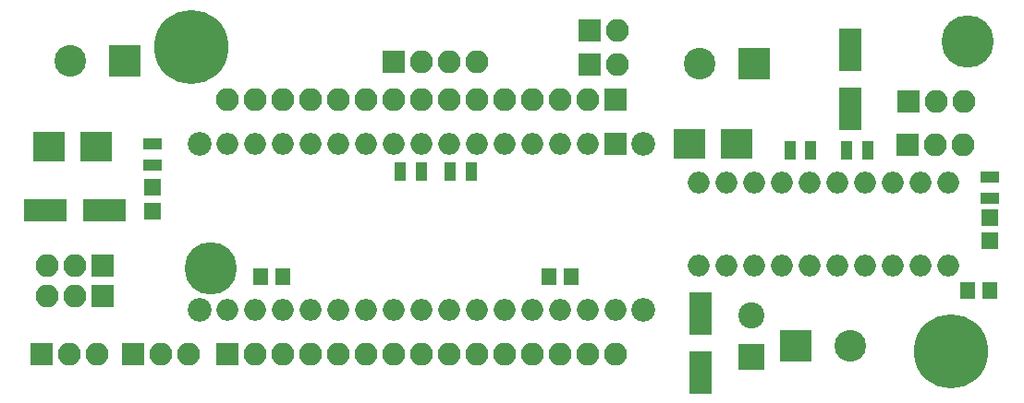
<source format=gts>
G04 #@! TF.FileFunction,Soldermask,Top*
%FSLAX46Y46*%
G04 Gerber Fmt 4.6, Leading zero omitted, Abs format (unit mm)*
G04 Created by KiCad (PCBNEW 4.0.6+dfsg1-1) date Mon Feb 26 19:47:00 2018*
%MOMM*%
%LPD*%
G01*
G04 APERTURE LIST*
%ADD10C,0.100000*%
%ADD11R,2.100000X2.100000*%
%ADD12O,2.100000X2.100000*%
%ADD13R,2.000000X2.000000*%
%ADD14O,2.000000X2.000000*%
%ADD15C,2.180000*%
%ADD16R,1.400000X1.650000*%
%ADD17C,2.398980*%
%ADD18R,2.398980X2.398980*%
%ADD19R,2.899360X2.701240*%
%ADD20R,1.100000X1.700000*%
%ADD21R,1.598880X1.598880*%
%ADD22R,1.700000X1.100000*%
%ADD23R,2.000000X3.900000*%
%ADD24R,3.900000X2.000000*%
%ADD25R,2.900000X2.900000*%
%ADD26C,2.900000*%
%ADD27R,2.900000X2.700000*%
%ADD28C,6.800000*%
%ADD29C,1.000000*%
%ADD30C,4.800000*%
%ADD31R,1.600000X1.600000*%
G04 APERTURE END LIST*
D10*
D11*
X1981200Y4648200D03*
D12*
X4521200Y4648200D03*
X7061200Y4648200D03*
D13*
X54559200Y23952200D03*
D14*
X21539200Y8712200D03*
X52019200Y23952200D03*
X24079200Y8712200D03*
X49479200Y23952200D03*
X26619200Y8712200D03*
X46939200Y23952200D03*
X29159200Y8712200D03*
X44399200Y23952200D03*
X31699200Y8712200D03*
X41859200Y23952200D03*
X34239200Y8712200D03*
X39319200Y23952200D03*
X36779200Y8712200D03*
X36779200Y23952200D03*
X39319200Y8712200D03*
X34239200Y23952200D03*
X41859200Y8712200D03*
X31699200Y23952200D03*
X44399200Y8712200D03*
X29159200Y23952200D03*
X46939200Y8712200D03*
X26619200Y23952200D03*
X49479200Y8712200D03*
X24079200Y23952200D03*
X52019200Y8712200D03*
X21539200Y23952200D03*
X54559200Y8712200D03*
X18999200Y23952200D03*
X18999200Y8712200D03*
D15*
X57099200Y23952200D03*
X57099200Y8712200D03*
X16459200Y8712200D03*
X16459200Y23952200D03*
D16*
X48479200Y11760200D03*
X50479200Y11760200D03*
X86833200Y10490200D03*
X88833200Y10490200D03*
X24063200Y11760200D03*
X22063200Y11760200D03*
D17*
X67005200Y8204200D03*
D18*
X67005200Y4394200D03*
D19*
X65598040Y23952200D03*
X61300360Y23952200D03*
D20*
X77607200Y23317200D03*
X75707200Y23317200D03*
X72400200Y23317200D03*
X70500200Y23317200D03*
D14*
X85039200Y20396200D03*
X82499200Y20396200D03*
X79959200Y20396200D03*
X77419200Y20396200D03*
X74879200Y20396200D03*
X72339200Y20396200D03*
X69799200Y20396200D03*
X67259200Y20396200D03*
X64719200Y20396200D03*
X62179200Y20396200D03*
X62179200Y12776200D03*
X64719200Y12776200D03*
X67259200Y12776200D03*
X69799200Y12776200D03*
X72339200Y12776200D03*
X74879200Y12776200D03*
X77419200Y12776200D03*
X79959200Y12776200D03*
X82499200Y12776200D03*
X85039200Y12776200D03*
D21*
X88849200Y17127220D03*
X88849200Y15029180D03*
D22*
X88849200Y20838200D03*
X88849200Y18938200D03*
D11*
X52171600Y34366200D03*
D12*
X54711600Y34366200D03*
D11*
X52171600Y31165800D03*
D12*
X54711600Y31165800D03*
D20*
X41285200Y21412200D03*
X39385200Y21412200D03*
X34813200Y21412200D03*
X36713200Y21412200D03*
D23*
X62306200Y8364200D03*
X62306200Y2964200D03*
X76047600Y27145000D03*
X76047600Y32545000D03*
D24*
X7729200Y17856200D03*
X2329200Y17856200D03*
D11*
X81330800Y27813000D03*
D12*
X83870800Y27813000D03*
X86410800Y27813000D03*
D11*
X81280000Y23850600D03*
D12*
X83820000Y23850600D03*
X86360000Y23850600D03*
D11*
X7569200Y9982200D03*
D12*
X5029200Y9982200D03*
X2489200Y9982200D03*
D11*
X54559200Y28016200D03*
D12*
X52019200Y28016200D03*
X49479200Y28016200D03*
X46939200Y28016200D03*
X44399200Y28016200D03*
X41859200Y28016200D03*
X39319200Y28016200D03*
X36779200Y28016200D03*
X34239200Y28016200D03*
X31699200Y28016200D03*
X29159200Y28016200D03*
X26619200Y28016200D03*
X24079200Y28016200D03*
X21539200Y28016200D03*
X18999200Y28016200D03*
D11*
X18999200Y4648200D03*
D12*
X21539200Y4648200D03*
X24079200Y4648200D03*
X26619200Y4648200D03*
X29159200Y4648200D03*
X31699200Y4648200D03*
X34239200Y4648200D03*
X36779200Y4648200D03*
X39319200Y4648200D03*
X41859200Y4648200D03*
X44399200Y4648200D03*
X46939200Y4648200D03*
X49479200Y4648200D03*
X52019200Y4648200D03*
X54559200Y4648200D03*
D11*
X34188400Y31470600D03*
D12*
X36728400Y31470600D03*
X39268400Y31470600D03*
X41808400Y31470600D03*
D11*
X7569200Y12776200D03*
D12*
X5029200Y12776200D03*
X2489200Y12776200D03*
D25*
X67259200Y31318200D03*
D26*
X62259200Y31318200D03*
D25*
X71069200Y5410200D03*
D26*
X76069200Y5410200D03*
D25*
X9601200Y31572200D03*
D26*
X4601200Y31572200D03*
D11*
X10363200Y4648200D03*
D12*
X12903200Y4648200D03*
X15443200Y4648200D03*
D27*
X6925200Y23698200D03*
X2625200Y23698200D03*
D28*
X85293200Y4902200D03*
D29*
X87693200Y4902200D03*
X86990256Y3205144D03*
X85293200Y2502200D03*
X83596144Y3205144D03*
X82893200Y4902200D03*
X83596144Y6599256D03*
X85293200Y7302200D03*
X86990256Y6599256D03*
D28*
X15697200Y32842200D03*
D29*
X18097200Y32842200D03*
X17394256Y31145144D03*
X15697200Y30442200D03*
X14000144Y31145144D03*
X13297200Y32842200D03*
X14000144Y34539256D03*
X15697200Y35242200D03*
X17394256Y34539256D03*
D30*
X17475200Y12522200D03*
X86817200Y33350200D03*
D31*
X12141200Y19972200D03*
X12141200Y17772200D03*
D22*
X12141200Y23886200D03*
X12141200Y21986200D03*
M02*

</source>
